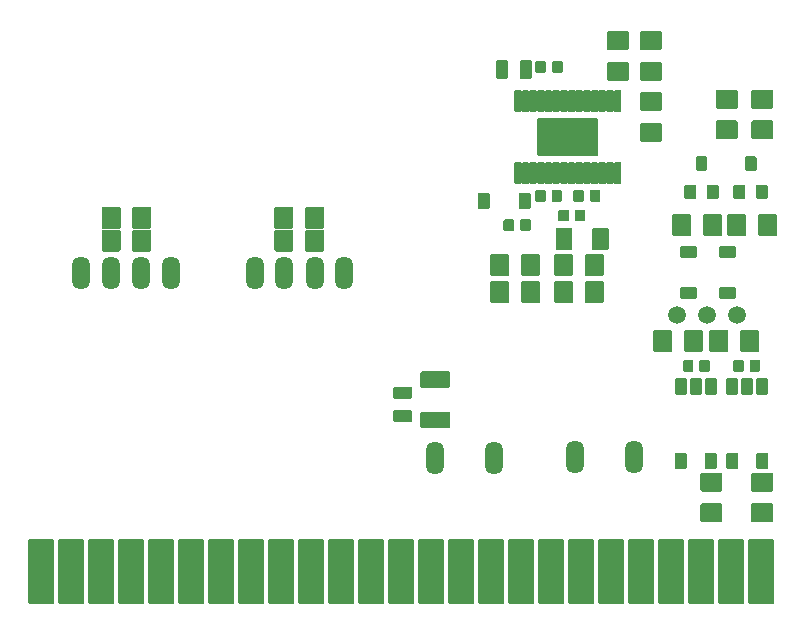
<source format=gbr>
%TF.GenerationSoftware,KiCad,Pcbnew,(5.1.10)-1*%
%TF.CreationDate,2022-09-23T11:43:28+09:00*%
%TF.ProjectId,(KiCad)DriveUnit_B-series(ver2.0),284b6943-6164-4294-9472-697665556e69,rev?*%
%TF.SameCoordinates,Original*%
%TF.FileFunction,Soldermask,Bot*%
%TF.FilePolarity,Negative*%
%FSLAX46Y46*%
G04 Gerber Fmt 4.6, Leading zero omitted, Abs format (unit mm)*
G04 Created by KiCad (PCBNEW (5.1.10)-1) date 2022-09-23 11:43:28*
%MOMM*%
%LPD*%
G01*
G04 APERTURE LIST*
%ADD10O,1.511200X2.819200*%
%ADD11C,1.511200*%
G04 APERTURE END LIST*
D10*
%TO.C,HA*%
X129001100Y-100863600D03*
X123921100Y-100863600D03*
%TD*%
%TO.C,HB*%
X143701100Y-100853600D03*
X138621100Y-100853600D03*
%TD*%
%TO.C,LA*%
X121421100Y-100863600D03*
X126501100Y-100863600D03*
%TD*%
%TO.C,LB*%
X136121100Y-100863600D03*
X141201100Y-100863600D03*
%TD*%
%TO.C,C1*%
G36*
G01*
X173749500Y-109133600D02*
X173749500Y-108333600D01*
G75*
G02*
X173851100Y-108232000I101600J0D01*
G01*
X174551100Y-108232000D01*
G75*
G02*
X174652700Y-108333600I0J-101600D01*
G01*
X174652700Y-109133600D01*
G75*
G02*
X174551100Y-109235200I-101600J0D01*
G01*
X173851100Y-109235200D01*
G75*
G02*
X173749500Y-109133600I0J101600D01*
G01*
G37*
G36*
G01*
X172349500Y-109133600D02*
X172349500Y-108333600D01*
G75*
G02*
X172451100Y-108232000I101600J0D01*
G01*
X173151100Y-108232000D01*
G75*
G02*
X173252700Y-108333600I0J-101600D01*
G01*
X173252700Y-109133600D01*
G75*
G02*
X173151100Y-109235200I-101600J0D01*
G01*
X172451100Y-109235200D01*
G75*
G02*
X172349500Y-109133600I0J101600D01*
G01*
G37*
%TD*%
%TO.C,C10*%
X168221100Y-116463600D03*
X163221100Y-116463600D03*
%TD*%
%TO.C,C11*%
X156371100Y-116493600D03*
X151371100Y-116493600D03*
%TD*%
%TO.C,C12*%
G36*
G01*
X152541100Y-110605200D02*
X150241100Y-110605200D01*
G75*
G02*
X150139500Y-110503600I0J101600D01*
G01*
X150139500Y-109303600D01*
G75*
G02*
X150241100Y-109202000I101600J0D01*
G01*
X152541100Y-109202000D01*
G75*
G02*
X152642700Y-109303600I0J-101600D01*
G01*
X152642700Y-110503600D01*
G75*
G02*
X152541100Y-110605200I-101600J0D01*
G01*
G37*
G36*
G01*
X152541100Y-114005200D02*
X150241100Y-114005200D01*
G75*
G02*
X150139500Y-113903600I0J101600D01*
G01*
X150139500Y-112703600D01*
G75*
G02*
X150241100Y-112602000I101600J0D01*
G01*
X152541100Y-112602000D01*
G75*
G02*
X152642700Y-112703600I0J-101600D01*
G01*
X152642700Y-113903600D01*
G75*
G02*
X152541100Y-114005200I-101600J0D01*
G01*
G37*
%TD*%
%TO.C,C13*%
G36*
G01*
X149331100Y-111505200D02*
X147931100Y-111505200D01*
G75*
G02*
X147829500Y-111403600I0J101600D01*
G01*
X147829500Y-110603600D01*
G75*
G02*
X147931100Y-110502000I101600J0D01*
G01*
X149331100Y-110502000D01*
G75*
G02*
X149432700Y-110603600I0J-101600D01*
G01*
X149432700Y-111403600D01*
G75*
G02*
X149331100Y-111505200I-101600J0D01*
G01*
G37*
G36*
G01*
X149331100Y-113505200D02*
X147931100Y-113505200D01*
G75*
G02*
X147829500Y-113403600I0J101600D01*
G01*
X147829500Y-112603600D01*
G75*
G02*
X147931100Y-112502000I101600J0D01*
G01*
X149331100Y-112502000D01*
G75*
G02*
X149432700Y-112603600I0J-101600D01*
G01*
X149432700Y-113403600D01*
G75*
G02*
X149331100Y-113505200I-101600J0D01*
G01*
G37*
%TD*%
%TO.C,C2*%
G36*
G01*
X178009500Y-109133600D02*
X178009500Y-108333600D01*
G75*
G02*
X178111100Y-108232000I101600J0D01*
G01*
X178811100Y-108232000D01*
G75*
G02*
X178912700Y-108333600I0J-101600D01*
G01*
X178912700Y-109133600D01*
G75*
G02*
X178811100Y-109235200I-101600J0D01*
G01*
X178111100Y-109235200D01*
G75*
G02*
X178009500Y-109133600I0J101600D01*
G01*
G37*
G36*
G01*
X176609500Y-109133600D02*
X176609500Y-108333600D01*
G75*
G02*
X176711100Y-108232000I101600J0D01*
G01*
X177411100Y-108232000D01*
G75*
G02*
X177512700Y-108333600I0J-101600D01*
G01*
X177512700Y-109133600D01*
G75*
G02*
X177411100Y-109235200I-101600J0D01*
G01*
X176711100Y-109235200D01*
G75*
G02*
X176609500Y-109133600I0J101600D01*
G01*
G37*
%TD*%
%TO.C,C3*%
G36*
G01*
X161269500Y-83833600D02*
X161269500Y-83033600D01*
G75*
G02*
X161371100Y-82932000I101600J0D01*
G01*
X162071100Y-82932000D01*
G75*
G02*
X162172700Y-83033600I0J-101600D01*
G01*
X162172700Y-83833600D01*
G75*
G02*
X162071100Y-83935200I-101600J0D01*
G01*
X161371100Y-83935200D01*
G75*
G02*
X161269500Y-83833600I0J101600D01*
G01*
G37*
G36*
G01*
X159869500Y-83833600D02*
X159869500Y-83033600D01*
G75*
G02*
X159971100Y-82932000I101600J0D01*
G01*
X160671100Y-82932000D01*
G75*
G02*
X160772700Y-83033600I0J-101600D01*
G01*
X160772700Y-83833600D01*
G75*
G02*
X160671100Y-83935200I-101600J0D01*
G01*
X159971100Y-83935200D01*
G75*
G02*
X159869500Y-83833600I0J101600D01*
G01*
G37*
%TD*%
%TO.C,C4*%
G36*
G01*
X162702700Y-95600000D02*
X162702700Y-96400000D01*
G75*
G02*
X162601100Y-96501600I-101600J0D01*
G01*
X161901100Y-96501600D01*
G75*
G02*
X161799500Y-96400000I0J101600D01*
G01*
X161799500Y-95600000D01*
G75*
G02*
X161901100Y-95498400I101600J0D01*
G01*
X162601100Y-95498400D01*
G75*
G02*
X162702700Y-95600000I0J-101600D01*
G01*
G37*
G36*
G01*
X164102700Y-95600000D02*
X164102700Y-96400000D01*
G75*
G02*
X164001100Y-96501600I-101600J0D01*
G01*
X163301100Y-96501600D01*
G75*
G02*
X163199500Y-96400000I0J101600D01*
G01*
X163199500Y-95600000D01*
G75*
G02*
X163301100Y-95498400I101600J0D01*
G01*
X164001100Y-95498400D01*
G75*
G02*
X164102700Y-95600000I0J-101600D01*
G01*
G37*
%TD*%
%TO.C,C5*%
G36*
G01*
X158569500Y-97223600D02*
X158569500Y-96423600D01*
G75*
G02*
X158671100Y-96322000I101600J0D01*
G01*
X159371100Y-96322000D01*
G75*
G02*
X159472700Y-96423600I0J-101600D01*
G01*
X159472700Y-97223600D01*
G75*
G02*
X159371100Y-97325200I-101600J0D01*
G01*
X158671100Y-97325200D01*
G75*
G02*
X158569500Y-97223600I0J101600D01*
G01*
G37*
G36*
G01*
X157169500Y-97223600D02*
X157169500Y-96423600D01*
G75*
G02*
X157271100Y-96322000I101600J0D01*
G01*
X157971100Y-96322000D01*
G75*
G02*
X158072700Y-96423600I0J-101600D01*
G01*
X158072700Y-97223600D01*
G75*
G02*
X157971100Y-97325200I-101600J0D01*
G01*
X157271100Y-97325200D01*
G75*
G02*
X157169500Y-97223600I0J101600D01*
G01*
G37*
%TD*%
%TO.C,C6*%
G36*
G01*
X158539500Y-84343600D02*
X158539500Y-82943600D01*
G75*
G02*
X158641100Y-82842000I101600J0D01*
G01*
X159441100Y-82842000D01*
G75*
G02*
X159542700Y-82943600I0J-101600D01*
G01*
X159542700Y-84343600D01*
G75*
G02*
X159441100Y-84445200I-101600J0D01*
G01*
X158641100Y-84445200D01*
G75*
G02*
X158539500Y-84343600I0J101600D01*
G01*
G37*
G36*
G01*
X156539500Y-84343600D02*
X156539500Y-82943600D01*
G75*
G02*
X156641100Y-82842000I101600J0D01*
G01*
X157441100Y-82842000D01*
G75*
G02*
X157542700Y-82943600I0J-101600D01*
G01*
X157542700Y-84343600D01*
G75*
G02*
X157441100Y-84445200I-101600J0D01*
G01*
X156641100Y-84445200D01*
G75*
G02*
X156539500Y-84343600I0J101600D01*
G01*
G37*
%TD*%
%TO.C,C7*%
G36*
G01*
X164469500Y-94743600D02*
X164469500Y-93943600D01*
G75*
G02*
X164571100Y-93842000I101600J0D01*
G01*
X165271100Y-93842000D01*
G75*
G02*
X165372700Y-93943600I0J-101600D01*
G01*
X165372700Y-94743600D01*
G75*
G02*
X165271100Y-94845200I-101600J0D01*
G01*
X164571100Y-94845200D01*
G75*
G02*
X164469500Y-94743600I0J101600D01*
G01*
G37*
G36*
G01*
X163069500Y-94743600D02*
X163069500Y-93943600D01*
G75*
G02*
X163171100Y-93842000I101600J0D01*
G01*
X163871100Y-93842000D01*
G75*
G02*
X163972700Y-93943600I0J-101600D01*
G01*
X163972700Y-94743600D01*
G75*
G02*
X163871100Y-94845200I-101600J0D01*
G01*
X163171100Y-94845200D01*
G75*
G02*
X163069500Y-94743600I0J101600D01*
G01*
G37*
%TD*%
%TO.C,C8*%
G36*
G01*
X160742700Y-93943600D02*
X160742700Y-94743600D01*
G75*
G02*
X160641100Y-94845200I-101600J0D01*
G01*
X159941100Y-94845200D01*
G75*
G02*
X159839500Y-94743600I0J101600D01*
G01*
X159839500Y-93943600D01*
G75*
G02*
X159941100Y-93842000I101600J0D01*
G01*
X160641100Y-93842000D01*
G75*
G02*
X160742700Y-93943600I0J-101600D01*
G01*
G37*
G36*
G01*
X162142700Y-93943600D02*
X162142700Y-94743600D01*
G75*
G02*
X162041100Y-94845200I-101600J0D01*
G01*
X161341100Y-94845200D01*
G75*
G02*
X161239500Y-94743600I0J101600D01*
G01*
X161239500Y-93943600D01*
G75*
G02*
X161341100Y-93842000I101600J0D01*
G01*
X162041100Y-93842000D01*
G75*
G02*
X162142700Y-93943600I0J-101600D01*
G01*
G37*
%TD*%
%TO.C,C9*%
G36*
G01*
X164679500Y-98850000D02*
X164679500Y-97150000D01*
G75*
G02*
X164781100Y-97048400I101600J0D01*
G01*
X165981100Y-97048400D01*
G75*
G02*
X166082700Y-97150000I0J-101600D01*
G01*
X166082700Y-98850000D01*
G75*
G02*
X165981100Y-98951600I-101600J0D01*
G01*
X164781100Y-98951600D01*
G75*
G02*
X164679500Y-98850000I0J101600D01*
G01*
G37*
G36*
G01*
X161579500Y-98850000D02*
X161579500Y-97150000D01*
G75*
G02*
X161681100Y-97048400I101600J0D01*
G01*
X162881100Y-97048400D01*
G75*
G02*
X162982700Y-97150000I0J-101600D01*
G01*
X162982700Y-98850000D01*
G75*
G02*
X162881100Y-98951600I-101600J0D01*
G01*
X161681100Y-98951600D01*
G75*
G02*
X161579500Y-98850000I0J101600D01*
G01*
G37*
%TD*%
%TO.C,D1*%
G36*
G01*
X155992700Y-94163600D02*
X155992700Y-95383600D01*
G75*
G02*
X155891100Y-95485200I-101600J0D01*
G01*
X155111100Y-95485200D01*
G75*
G02*
X155009500Y-95383600I0J101600D01*
G01*
X155009500Y-94163600D01*
G75*
G02*
X155111100Y-94062000I101600J0D01*
G01*
X155891100Y-94062000D01*
G75*
G02*
X155992700Y-94163600I0J-101600D01*
G01*
G37*
G36*
G01*
X159472700Y-94163600D02*
X159472700Y-95383600D01*
G75*
G02*
X159371100Y-95485200I-101600J0D01*
G01*
X158591100Y-95485200D01*
G75*
G02*
X158489500Y-95383600I0J101600D01*
G01*
X158489500Y-94163600D01*
G75*
G02*
X158591100Y-94062000I101600J0D01*
G01*
X159371100Y-94062000D01*
G75*
G02*
X159472700Y-94163600I0J-101600D01*
G01*
G37*
%TD*%
%TO.C,EDGE1*%
G36*
G01*
X116919500Y-128803600D02*
X116919500Y-123503600D01*
G75*
G02*
X117021100Y-123402000I101600J0D01*
G01*
X119021100Y-123402000D01*
G75*
G02*
X119122700Y-123503600I0J-101600D01*
G01*
X119122700Y-128803600D01*
G75*
G02*
X119021100Y-128905200I-101600J0D01*
G01*
X117021100Y-128905200D01*
G75*
G02*
X116919500Y-128803600I0J101600D01*
G01*
G37*
G36*
G01*
X119459500Y-128803600D02*
X119459500Y-123503600D01*
G75*
G02*
X119561100Y-123402000I101600J0D01*
G01*
X121561100Y-123402000D01*
G75*
G02*
X121662700Y-123503600I0J-101600D01*
G01*
X121662700Y-128803600D01*
G75*
G02*
X121561100Y-128905200I-101600J0D01*
G01*
X119561100Y-128905200D01*
G75*
G02*
X119459500Y-128803600I0J101600D01*
G01*
G37*
G36*
G01*
X121999500Y-128803600D02*
X121999500Y-123503600D01*
G75*
G02*
X122101100Y-123402000I101600J0D01*
G01*
X124101100Y-123402000D01*
G75*
G02*
X124202700Y-123503600I0J-101600D01*
G01*
X124202700Y-128803600D01*
G75*
G02*
X124101100Y-128905200I-101600J0D01*
G01*
X122101100Y-128905200D01*
G75*
G02*
X121999500Y-128803600I0J101600D01*
G01*
G37*
G36*
G01*
X124539500Y-128803600D02*
X124539500Y-123503600D01*
G75*
G02*
X124641100Y-123402000I101600J0D01*
G01*
X126641100Y-123402000D01*
G75*
G02*
X126742700Y-123503600I0J-101600D01*
G01*
X126742700Y-128803600D01*
G75*
G02*
X126641100Y-128905200I-101600J0D01*
G01*
X124641100Y-128905200D01*
G75*
G02*
X124539500Y-128803600I0J101600D01*
G01*
G37*
G36*
G01*
X127079500Y-128803600D02*
X127079500Y-123503600D01*
G75*
G02*
X127181100Y-123402000I101600J0D01*
G01*
X129181100Y-123402000D01*
G75*
G02*
X129282700Y-123503600I0J-101600D01*
G01*
X129282700Y-128803600D01*
G75*
G02*
X129181100Y-128905200I-101600J0D01*
G01*
X127181100Y-128905200D01*
G75*
G02*
X127079500Y-128803600I0J101600D01*
G01*
G37*
G36*
G01*
X129619500Y-128803600D02*
X129619500Y-123503600D01*
G75*
G02*
X129721100Y-123402000I101600J0D01*
G01*
X131721100Y-123402000D01*
G75*
G02*
X131822700Y-123503600I0J-101600D01*
G01*
X131822700Y-128803600D01*
G75*
G02*
X131721100Y-128905200I-101600J0D01*
G01*
X129721100Y-128905200D01*
G75*
G02*
X129619500Y-128803600I0J101600D01*
G01*
G37*
G36*
G01*
X132159500Y-128803600D02*
X132159500Y-123503600D01*
G75*
G02*
X132261100Y-123402000I101600J0D01*
G01*
X134261100Y-123402000D01*
G75*
G02*
X134362700Y-123503600I0J-101600D01*
G01*
X134362700Y-128803600D01*
G75*
G02*
X134261100Y-128905200I-101600J0D01*
G01*
X132261100Y-128905200D01*
G75*
G02*
X132159500Y-128803600I0J101600D01*
G01*
G37*
G36*
G01*
X134699500Y-128803600D02*
X134699500Y-123503600D01*
G75*
G02*
X134801100Y-123402000I101600J0D01*
G01*
X136801100Y-123402000D01*
G75*
G02*
X136902700Y-123503600I0J-101600D01*
G01*
X136902700Y-128803600D01*
G75*
G02*
X136801100Y-128905200I-101600J0D01*
G01*
X134801100Y-128905200D01*
G75*
G02*
X134699500Y-128803600I0J101600D01*
G01*
G37*
G36*
G01*
X137239500Y-128803600D02*
X137239500Y-123503600D01*
G75*
G02*
X137341100Y-123402000I101600J0D01*
G01*
X139341100Y-123402000D01*
G75*
G02*
X139442700Y-123503600I0J-101600D01*
G01*
X139442700Y-128803600D01*
G75*
G02*
X139341100Y-128905200I-101600J0D01*
G01*
X137341100Y-128905200D01*
G75*
G02*
X137239500Y-128803600I0J101600D01*
G01*
G37*
G36*
G01*
X139779500Y-128803600D02*
X139779500Y-123503600D01*
G75*
G02*
X139881100Y-123402000I101600J0D01*
G01*
X141881100Y-123402000D01*
G75*
G02*
X141982700Y-123503600I0J-101600D01*
G01*
X141982700Y-128803600D01*
G75*
G02*
X141881100Y-128905200I-101600J0D01*
G01*
X139881100Y-128905200D01*
G75*
G02*
X139779500Y-128803600I0J101600D01*
G01*
G37*
G36*
G01*
X142319500Y-128803600D02*
X142319500Y-123503600D01*
G75*
G02*
X142421100Y-123402000I101600J0D01*
G01*
X144421100Y-123402000D01*
G75*
G02*
X144522700Y-123503600I0J-101600D01*
G01*
X144522700Y-128803600D01*
G75*
G02*
X144421100Y-128905200I-101600J0D01*
G01*
X142421100Y-128905200D01*
G75*
G02*
X142319500Y-128803600I0J101600D01*
G01*
G37*
G36*
G01*
X144859500Y-128803600D02*
X144859500Y-123503600D01*
G75*
G02*
X144961100Y-123402000I101600J0D01*
G01*
X146961100Y-123402000D01*
G75*
G02*
X147062700Y-123503600I0J-101600D01*
G01*
X147062700Y-128803600D01*
G75*
G02*
X146961100Y-128905200I-101600J0D01*
G01*
X144961100Y-128905200D01*
G75*
G02*
X144859500Y-128803600I0J101600D01*
G01*
G37*
G36*
G01*
X147399500Y-128803600D02*
X147399500Y-123503600D01*
G75*
G02*
X147501100Y-123402000I101600J0D01*
G01*
X149501100Y-123402000D01*
G75*
G02*
X149602700Y-123503600I0J-101600D01*
G01*
X149602700Y-128803600D01*
G75*
G02*
X149501100Y-128905200I-101600J0D01*
G01*
X147501100Y-128905200D01*
G75*
G02*
X147399500Y-128803600I0J101600D01*
G01*
G37*
G36*
G01*
X149939500Y-128803600D02*
X149939500Y-123503600D01*
G75*
G02*
X150041100Y-123402000I101600J0D01*
G01*
X152041100Y-123402000D01*
G75*
G02*
X152142700Y-123503600I0J-101600D01*
G01*
X152142700Y-128803600D01*
G75*
G02*
X152041100Y-128905200I-101600J0D01*
G01*
X150041100Y-128905200D01*
G75*
G02*
X149939500Y-128803600I0J101600D01*
G01*
G37*
G36*
G01*
X152479500Y-128803600D02*
X152479500Y-123503600D01*
G75*
G02*
X152581100Y-123402000I101600J0D01*
G01*
X154581100Y-123402000D01*
G75*
G02*
X154682700Y-123503600I0J-101600D01*
G01*
X154682700Y-128803600D01*
G75*
G02*
X154581100Y-128905200I-101600J0D01*
G01*
X152581100Y-128905200D01*
G75*
G02*
X152479500Y-128803600I0J101600D01*
G01*
G37*
G36*
G01*
X155019500Y-128803600D02*
X155019500Y-123503600D01*
G75*
G02*
X155121100Y-123402000I101600J0D01*
G01*
X157121100Y-123402000D01*
G75*
G02*
X157222700Y-123503600I0J-101600D01*
G01*
X157222700Y-128803600D01*
G75*
G02*
X157121100Y-128905200I-101600J0D01*
G01*
X155121100Y-128905200D01*
G75*
G02*
X155019500Y-128803600I0J101600D01*
G01*
G37*
G36*
G01*
X157559500Y-128803600D02*
X157559500Y-123503600D01*
G75*
G02*
X157661100Y-123402000I101600J0D01*
G01*
X159661100Y-123402000D01*
G75*
G02*
X159762700Y-123503600I0J-101600D01*
G01*
X159762700Y-128803600D01*
G75*
G02*
X159661100Y-128905200I-101600J0D01*
G01*
X157661100Y-128905200D01*
G75*
G02*
X157559500Y-128803600I0J101600D01*
G01*
G37*
G36*
G01*
X160099500Y-128803600D02*
X160099500Y-123503600D01*
G75*
G02*
X160201100Y-123402000I101600J0D01*
G01*
X162201100Y-123402000D01*
G75*
G02*
X162302700Y-123503600I0J-101600D01*
G01*
X162302700Y-128803600D01*
G75*
G02*
X162201100Y-128905200I-101600J0D01*
G01*
X160201100Y-128905200D01*
G75*
G02*
X160099500Y-128803600I0J101600D01*
G01*
G37*
G36*
G01*
X162639500Y-128803600D02*
X162639500Y-123503600D01*
G75*
G02*
X162741100Y-123402000I101600J0D01*
G01*
X164741100Y-123402000D01*
G75*
G02*
X164842700Y-123503600I0J-101600D01*
G01*
X164842700Y-128803600D01*
G75*
G02*
X164741100Y-128905200I-101600J0D01*
G01*
X162741100Y-128905200D01*
G75*
G02*
X162639500Y-128803600I0J101600D01*
G01*
G37*
G36*
G01*
X165179500Y-128803600D02*
X165179500Y-123503600D01*
G75*
G02*
X165281100Y-123402000I101600J0D01*
G01*
X167281100Y-123402000D01*
G75*
G02*
X167382700Y-123503600I0J-101600D01*
G01*
X167382700Y-128803600D01*
G75*
G02*
X167281100Y-128905200I-101600J0D01*
G01*
X165281100Y-128905200D01*
G75*
G02*
X165179500Y-128803600I0J101600D01*
G01*
G37*
G36*
G01*
X167719500Y-128803600D02*
X167719500Y-123503600D01*
G75*
G02*
X167821100Y-123402000I101600J0D01*
G01*
X169821100Y-123402000D01*
G75*
G02*
X169922700Y-123503600I0J-101600D01*
G01*
X169922700Y-128803600D01*
G75*
G02*
X169821100Y-128905200I-101600J0D01*
G01*
X167821100Y-128905200D01*
G75*
G02*
X167719500Y-128803600I0J101600D01*
G01*
G37*
G36*
G01*
X170259500Y-128803600D02*
X170259500Y-123503600D01*
G75*
G02*
X170361100Y-123402000I101600J0D01*
G01*
X172361100Y-123402000D01*
G75*
G02*
X172462700Y-123503600I0J-101600D01*
G01*
X172462700Y-128803600D01*
G75*
G02*
X172361100Y-128905200I-101600J0D01*
G01*
X170361100Y-128905200D01*
G75*
G02*
X170259500Y-128803600I0J101600D01*
G01*
G37*
G36*
G01*
X172799500Y-128803600D02*
X172799500Y-123503600D01*
G75*
G02*
X172901100Y-123402000I101600J0D01*
G01*
X174901100Y-123402000D01*
G75*
G02*
X175002700Y-123503600I0J-101600D01*
G01*
X175002700Y-128803600D01*
G75*
G02*
X174901100Y-128905200I-101600J0D01*
G01*
X172901100Y-128905200D01*
G75*
G02*
X172799500Y-128803600I0J101600D01*
G01*
G37*
G36*
G01*
X175339500Y-128803600D02*
X175339500Y-123503600D01*
G75*
G02*
X175441100Y-123402000I101600J0D01*
G01*
X177441100Y-123402000D01*
G75*
G02*
X177542700Y-123503600I0J-101600D01*
G01*
X177542700Y-128803600D01*
G75*
G02*
X177441100Y-128905200I-101600J0D01*
G01*
X175441100Y-128905200D01*
G75*
G02*
X175339500Y-128803600I0J101600D01*
G01*
G37*
G36*
G01*
X177879500Y-128803600D02*
X177879500Y-123503600D01*
G75*
G02*
X177981100Y-123402000I101600J0D01*
G01*
X179981100Y-123402000D01*
G75*
G02*
X180082700Y-123503600I0J-101600D01*
G01*
X180082700Y-128803600D01*
G75*
G02*
X179981100Y-128905200I-101600J0D01*
G01*
X177981100Y-128905200D01*
G75*
G02*
X177879500Y-128803600I0J101600D01*
G01*
G37*
%TD*%
%TO.C,A3921*%
G36*
G01*
X165207700Y-87863600D02*
X165207700Y-90863600D01*
G75*
G02*
X165106100Y-90965200I-101600J0D01*
G01*
X160106100Y-90965200D01*
G75*
G02*
X160004500Y-90863600I0J101600D01*
G01*
X160004500Y-87863600D01*
G75*
G02*
X160106100Y-87762000I101600J0D01*
G01*
X165106100Y-87762000D01*
G75*
G02*
X165207700Y-87863600I0J-101600D01*
G01*
G37*
G36*
G01*
X167157700Y-85488600D02*
X167157700Y-87138600D01*
G75*
G02*
X167056100Y-87240200I-101600J0D01*
G01*
X166606100Y-87240200D01*
G75*
G02*
X166504500Y-87138600I0J101600D01*
G01*
X166504500Y-85488600D01*
G75*
G02*
X166606100Y-85387000I101600J0D01*
G01*
X167056100Y-85387000D01*
G75*
G02*
X167157700Y-85488600I0J-101600D01*
G01*
G37*
G36*
G01*
X166507700Y-85488600D02*
X166507700Y-87138600D01*
G75*
G02*
X166406100Y-87240200I-101600J0D01*
G01*
X165956100Y-87240200D01*
G75*
G02*
X165854500Y-87138600I0J101600D01*
G01*
X165854500Y-85488600D01*
G75*
G02*
X165956100Y-85387000I101600J0D01*
G01*
X166406100Y-85387000D01*
G75*
G02*
X166507700Y-85488600I0J-101600D01*
G01*
G37*
G36*
G01*
X165857700Y-85488600D02*
X165857700Y-87138600D01*
G75*
G02*
X165756100Y-87240200I-101600J0D01*
G01*
X165306100Y-87240200D01*
G75*
G02*
X165204500Y-87138600I0J101600D01*
G01*
X165204500Y-85488600D01*
G75*
G02*
X165306100Y-85387000I101600J0D01*
G01*
X165756100Y-85387000D01*
G75*
G02*
X165857700Y-85488600I0J-101600D01*
G01*
G37*
G36*
G01*
X165207700Y-85488600D02*
X165207700Y-87138600D01*
G75*
G02*
X165106100Y-87240200I-101600J0D01*
G01*
X164656100Y-87240200D01*
G75*
G02*
X164554500Y-87138600I0J101600D01*
G01*
X164554500Y-85488600D01*
G75*
G02*
X164656100Y-85387000I101600J0D01*
G01*
X165106100Y-85387000D01*
G75*
G02*
X165207700Y-85488600I0J-101600D01*
G01*
G37*
G36*
G01*
X164557700Y-85488600D02*
X164557700Y-87138600D01*
G75*
G02*
X164456100Y-87240200I-101600J0D01*
G01*
X164006100Y-87240200D01*
G75*
G02*
X163904500Y-87138600I0J101600D01*
G01*
X163904500Y-85488600D01*
G75*
G02*
X164006100Y-85387000I101600J0D01*
G01*
X164456100Y-85387000D01*
G75*
G02*
X164557700Y-85488600I0J-101600D01*
G01*
G37*
G36*
G01*
X163907700Y-85488600D02*
X163907700Y-87138600D01*
G75*
G02*
X163806100Y-87240200I-101600J0D01*
G01*
X163356100Y-87240200D01*
G75*
G02*
X163254500Y-87138600I0J101600D01*
G01*
X163254500Y-85488600D01*
G75*
G02*
X163356100Y-85387000I101600J0D01*
G01*
X163806100Y-85387000D01*
G75*
G02*
X163907700Y-85488600I0J-101600D01*
G01*
G37*
G36*
G01*
X163257700Y-85488600D02*
X163257700Y-87138600D01*
G75*
G02*
X163156100Y-87240200I-101600J0D01*
G01*
X162706100Y-87240200D01*
G75*
G02*
X162604500Y-87138600I0J101600D01*
G01*
X162604500Y-85488600D01*
G75*
G02*
X162706100Y-85387000I101600J0D01*
G01*
X163156100Y-85387000D01*
G75*
G02*
X163257700Y-85488600I0J-101600D01*
G01*
G37*
G36*
G01*
X162607700Y-85488600D02*
X162607700Y-87138600D01*
G75*
G02*
X162506100Y-87240200I-101600J0D01*
G01*
X162056100Y-87240200D01*
G75*
G02*
X161954500Y-87138600I0J101600D01*
G01*
X161954500Y-85488600D01*
G75*
G02*
X162056100Y-85387000I101600J0D01*
G01*
X162506100Y-85387000D01*
G75*
G02*
X162607700Y-85488600I0J-101600D01*
G01*
G37*
G36*
G01*
X161957700Y-85488600D02*
X161957700Y-87138600D01*
G75*
G02*
X161856100Y-87240200I-101600J0D01*
G01*
X161406100Y-87240200D01*
G75*
G02*
X161304500Y-87138600I0J101600D01*
G01*
X161304500Y-85488600D01*
G75*
G02*
X161406100Y-85387000I101600J0D01*
G01*
X161856100Y-85387000D01*
G75*
G02*
X161957700Y-85488600I0J-101600D01*
G01*
G37*
G36*
G01*
X161307700Y-85488600D02*
X161307700Y-87138600D01*
G75*
G02*
X161206100Y-87240200I-101600J0D01*
G01*
X160756100Y-87240200D01*
G75*
G02*
X160654500Y-87138600I0J101600D01*
G01*
X160654500Y-85488600D01*
G75*
G02*
X160756100Y-85387000I101600J0D01*
G01*
X161206100Y-85387000D01*
G75*
G02*
X161307700Y-85488600I0J-101600D01*
G01*
G37*
G36*
G01*
X160657700Y-85488600D02*
X160657700Y-87138600D01*
G75*
G02*
X160556100Y-87240200I-101600J0D01*
G01*
X160106100Y-87240200D01*
G75*
G02*
X160004500Y-87138600I0J101600D01*
G01*
X160004500Y-85488600D01*
G75*
G02*
X160106100Y-85387000I101600J0D01*
G01*
X160556100Y-85387000D01*
G75*
G02*
X160657700Y-85488600I0J-101600D01*
G01*
G37*
G36*
G01*
X160007700Y-85488600D02*
X160007700Y-87138600D01*
G75*
G02*
X159906100Y-87240200I-101600J0D01*
G01*
X159456100Y-87240200D01*
G75*
G02*
X159354500Y-87138600I0J101600D01*
G01*
X159354500Y-85488600D01*
G75*
G02*
X159456100Y-85387000I101600J0D01*
G01*
X159906100Y-85387000D01*
G75*
G02*
X160007700Y-85488600I0J-101600D01*
G01*
G37*
G36*
G01*
X159357700Y-85488600D02*
X159357700Y-87138600D01*
G75*
G02*
X159256100Y-87240200I-101600J0D01*
G01*
X158806100Y-87240200D01*
G75*
G02*
X158704500Y-87138600I0J101600D01*
G01*
X158704500Y-85488600D01*
G75*
G02*
X158806100Y-85387000I101600J0D01*
G01*
X159256100Y-85387000D01*
G75*
G02*
X159357700Y-85488600I0J-101600D01*
G01*
G37*
G36*
G01*
X158707700Y-85488600D02*
X158707700Y-87138600D01*
G75*
G02*
X158606100Y-87240200I-101600J0D01*
G01*
X158156100Y-87240200D01*
G75*
G02*
X158054500Y-87138600I0J101600D01*
G01*
X158054500Y-85488600D01*
G75*
G02*
X158156100Y-85387000I101600J0D01*
G01*
X158606100Y-85387000D01*
G75*
G02*
X158707700Y-85488600I0J-101600D01*
G01*
G37*
G36*
G01*
X158707700Y-91588600D02*
X158707700Y-93238600D01*
G75*
G02*
X158606100Y-93340200I-101600J0D01*
G01*
X158156100Y-93340200D01*
G75*
G02*
X158054500Y-93238600I0J101600D01*
G01*
X158054500Y-91588600D01*
G75*
G02*
X158156100Y-91487000I101600J0D01*
G01*
X158606100Y-91487000D01*
G75*
G02*
X158707700Y-91588600I0J-101600D01*
G01*
G37*
G36*
G01*
X159357700Y-91588600D02*
X159357700Y-93238600D01*
G75*
G02*
X159256100Y-93340200I-101600J0D01*
G01*
X158806100Y-93340200D01*
G75*
G02*
X158704500Y-93238600I0J101600D01*
G01*
X158704500Y-91588600D01*
G75*
G02*
X158806100Y-91487000I101600J0D01*
G01*
X159256100Y-91487000D01*
G75*
G02*
X159357700Y-91588600I0J-101600D01*
G01*
G37*
G36*
G01*
X160007700Y-91588600D02*
X160007700Y-93238600D01*
G75*
G02*
X159906100Y-93340200I-101600J0D01*
G01*
X159456100Y-93340200D01*
G75*
G02*
X159354500Y-93238600I0J101600D01*
G01*
X159354500Y-91588600D01*
G75*
G02*
X159456100Y-91487000I101600J0D01*
G01*
X159906100Y-91487000D01*
G75*
G02*
X160007700Y-91588600I0J-101600D01*
G01*
G37*
G36*
G01*
X160657700Y-91588600D02*
X160657700Y-93238600D01*
G75*
G02*
X160556100Y-93340200I-101600J0D01*
G01*
X160106100Y-93340200D01*
G75*
G02*
X160004500Y-93238600I0J101600D01*
G01*
X160004500Y-91588600D01*
G75*
G02*
X160106100Y-91487000I101600J0D01*
G01*
X160556100Y-91487000D01*
G75*
G02*
X160657700Y-91588600I0J-101600D01*
G01*
G37*
G36*
G01*
X161307700Y-91588600D02*
X161307700Y-93238600D01*
G75*
G02*
X161206100Y-93340200I-101600J0D01*
G01*
X160756100Y-93340200D01*
G75*
G02*
X160654500Y-93238600I0J101600D01*
G01*
X160654500Y-91588600D01*
G75*
G02*
X160756100Y-91487000I101600J0D01*
G01*
X161206100Y-91487000D01*
G75*
G02*
X161307700Y-91588600I0J-101600D01*
G01*
G37*
G36*
G01*
X161957700Y-91588600D02*
X161957700Y-93238600D01*
G75*
G02*
X161856100Y-93340200I-101600J0D01*
G01*
X161406100Y-93340200D01*
G75*
G02*
X161304500Y-93238600I0J101600D01*
G01*
X161304500Y-91588600D01*
G75*
G02*
X161406100Y-91487000I101600J0D01*
G01*
X161856100Y-91487000D01*
G75*
G02*
X161957700Y-91588600I0J-101600D01*
G01*
G37*
G36*
G01*
X162607700Y-91588600D02*
X162607700Y-93238600D01*
G75*
G02*
X162506100Y-93340200I-101600J0D01*
G01*
X162056100Y-93340200D01*
G75*
G02*
X161954500Y-93238600I0J101600D01*
G01*
X161954500Y-91588600D01*
G75*
G02*
X162056100Y-91487000I101600J0D01*
G01*
X162506100Y-91487000D01*
G75*
G02*
X162607700Y-91588600I0J-101600D01*
G01*
G37*
G36*
G01*
X163257700Y-91588600D02*
X163257700Y-93238600D01*
G75*
G02*
X163156100Y-93340200I-101600J0D01*
G01*
X162706100Y-93340200D01*
G75*
G02*
X162604500Y-93238600I0J101600D01*
G01*
X162604500Y-91588600D01*
G75*
G02*
X162706100Y-91487000I101600J0D01*
G01*
X163156100Y-91487000D01*
G75*
G02*
X163257700Y-91588600I0J-101600D01*
G01*
G37*
G36*
G01*
X163907700Y-91588600D02*
X163907700Y-93238600D01*
G75*
G02*
X163806100Y-93340200I-101600J0D01*
G01*
X163356100Y-93340200D01*
G75*
G02*
X163254500Y-93238600I0J101600D01*
G01*
X163254500Y-91588600D01*
G75*
G02*
X163356100Y-91487000I101600J0D01*
G01*
X163806100Y-91487000D01*
G75*
G02*
X163907700Y-91588600I0J-101600D01*
G01*
G37*
G36*
G01*
X164557700Y-91588600D02*
X164557700Y-93238600D01*
G75*
G02*
X164456100Y-93340200I-101600J0D01*
G01*
X164006100Y-93340200D01*
G75*
G02*
X163904500Y-93238600I0J101600D01*
G01*
X163904500Y-91588600D01*
G75*
G02*
X164006100Y-91487000I101600J0D01*
G01*
X164456100Y-91487000D01*
G75*
G02*
X164557700Y-91588600I0J-101600D01*
G01*
G37*
G36*
G01*
X165207700Y-91588600D02*
X165207700Y-93238600D01*
G75*
G02*
X165106100Y-93340200I-101600J0D01*
G01*
X164656100Y-93340200D01*
G75*
G02*
X164554500Y-93238600I0J101600D01*
G01*
X164554500Y-91588600D01*
G75*
G02*
X164656100Y-91487000I101600J0D01*
G01*
X165106100Y-91487000D01*
G75*
G02*
X165207700Y-91588600I0J-101600D01*
G01*
G37*
G36*
G01*
X165857700Y-91588600D02*
X165857700Y-93238600D01*
G75*
G02*
X165756100Y-93340200I-101600J0D01*
G01*
X165306100Y-93340200D01*
G75*
G02*
X165204500Y-93238600I0J101600D01*
G01*
X165204500Y-91588600D01*
G75*
G02*
X165306100Y-91487000I101600J0D01*
G01*
X165756100Y-91487000D01*
G75*
G02*
X165857700Y-91588600I0J-101600D01*
G01*
G37*
G36*
G01*
X167157700Y-91588600D02*
X167157700Y-93238600D01*
G75*
G02*
X167056100Y-93340200I-101600J0D01*
G01*
X166606100Y-93340200D01*
G75*
G02*
X166504500Y-93238600I0J101600D01*
G01*
X166504500Y-91588600D01*
G75*
G02*
X166606100Y-91487000I101600J0D01*
G01*
X167056100Y-91487000D01*
G75*
G02*
X167157700Y-91588600I0J-101600D01*
G01*
G37*
G36*
G01*
X166507700Y-91588600D02*
X166507700Y-93238600D01*
G75*
G02*
X166406100Y-93340200I-101600J0D01*
G01*
X165956100Y-93340200D01*
G75*
G02*
X165854500Y-93238600I0J101600D01*
G01*
X165854500Y-91588600D01*
G75*
G02*
X165956100Y-91487000I101600J0D01*
G01*
X166406100Y-91487000D01*
G75*
G02*
X166507700Y-91588600I0J-101600D01*
G01*
G37*
%TD*%
%TO.C,R1*%
G36*
G01*
X172449500Y-107458601D02*
X172449500Y-105808599D01*
G75*
G02*
X172551099Y-105707000I101599J0D01*
G01*
X173951101Y-105707000D01*
G75*
G02*
X174052700Y-105808599I0J-101599D01*
G01*
X174052700Y-107458601D01*
G75*
G02*
X173951101Y-107560200I-101599J0D01*
G01*
X172551099Y-107560200D01*
G75*
G02*
X172449500Y-107458601I0J101599D01*
G01*
G37*
G36*
G01*
X169849500Y-107458601D02*
X169849500Y-105808599D01*
G75*
G02*
X169951099Y-105707000I101599J0D01*
G01*
X171351101Y-105707000D01*
G75*
G02*
X171452700Y-105808599I0J-101599D01*
G01*
X171452700Y-107458601D01*
G75*
G02*
X171351101Y-107560200I-101599J0D01*
G01*
X169951099Y-107560200D01*
G75*
G02*
X169849500Y-107458601I0J101599D01*
G01*
G37*
%TD*%
%TO.C,R10*%
G36*
G01*
X163062700Y-101674999D02*
X163062700Y-103325001D01*
G75*
G02*
X162961101Y-103426600I-101599J0D01*
G01*
X161561099Y-103426600D01*
G75*
G02*
X161459500Y-103325001I0J101599D01*
G01*
X161459500Y-101674999D01*
G75*
G02*
X161561099Y-101573400I101599J0D01*
G01*
X162961101Y-101573400D01*
G75*
G02*
X163062700Y-101674999I0J-101599D01*
G01*
G37*
G36*
G01*
X165662700Y-101674999D02*
X165662700Y-103325001D01*
G75*
G02*
X165561101Y-103426600I-101599J0D01*
G01*
X164161099Y-103426600D01*
G75*
G02*
X164059500Y-103325001I0J101599D01*
G01*
X164059500Y-101674999D01*
G75*
G02*
X164161099Y-101573400I101599J0D01*
G01*
X165561101Y-101573400D01*
G75*
G02*
X165662700Y-101674999I0J-101599D01*
G01*
G37*
%TD*%
%TO.C,R12*%
G36*
G01*
X163062700Y-99374999D02*
X163062700Y-101025001D01*
G75*
G02*
X162961101Y-101126600I-101599J0D01*
G01*
X161561099Y-101126600D01*
G75*
G02*
X161459500Y-101025001I0J101599D01*
G01*
X161459500Y-99374999D01*
G75*
G02*
X161561099Y-99273400I101599J0D01*
G01*
X162961101Y-99273400D01*
G75*
G02*
X163062700Y-99374999I0J-101599D01*
G01*
G37*
G36*
G01*
X165662700Y-99374999D02*
X165662700Y-101025001D01*
G75*
G02*
X165561101Y-101126600I-101599J0D01*
G01*
X164161099Y-101126600D01*
G75*
G02*
X164059500Y-101025001I0J101599D01*
G01*
X164059500Y-99374999D01*
G75*
G02*
X164161099Y-99273400I101599J0D01*
G01*
X165561101Y-99273400D01*
G75*
G02*
X165662700Y-99374999I0J-101599D01*
G01*
G37*
%TD*%
%TO.C,R13*%
G36*
G01*
X167685001Y-82001600D02*
X166034999Y-82001600D01*
G75*
G02*
X165933400Y-81900001I0J101599D01*
G01*
X165933400Y-80499999D01*
G75*
G02*
X166034999Y-80398400I101599J0D01*
G01*
X167685001Y-80398400D01*
G75*
G02*
X167786600Y-80499999I0J-101599D01*
G01*
X167786600Y-81900001D01*
G75*
G02*
X167685001Y-82001600I-101599J0D01*
G01*
G37*
G36*
G01*
X167685001Y-84601600D02*
X166034999Y-84601600D01*
G75*
G02*
X165933400Y-84500001I0J101599D01*
G01*
X165933400Y-83099999D01*
G75*
G02*
X166034999Y-82998400I101599J0D01*
G01*
X167685001Y-82998400D01*
G75*
G02*
X167786600Y-83099999I0J-101599D01*
G01*
X167786600Y-84500001D01*
G75*
G02*
X167685001Y-84601600I-101599J0D01*
G01*
G37*
%TD*%
%TO.C,R14*%
G36*
G01*
X168826099Y-82998400D02*
X170476101Y-82998400D01*
G75*
G02*
X170577700Y-83099999I0J-101599D01*
G01*
X170577700Y-84500001D01*
G75*
G02*
X170476101Y-84601600I-101599J0D01*
G01*
X168826099Y-84601600D01*
G75*
G02*
X168724500Y-84500001I0J101599D01*
G01*
X168724500Y-83099999D01*
G75*
G02*
X168826099Y-82998400I101599J0D01*
G01*
G37*
G36*
G01*
X168826099Y-80398400D02*
X170476101Y-80398400D01*
G75*
G02*
X170577700Y-80499999I0J-101599D01*
G01*
X170577700Y-81900001D01*
G75*
G02*
X170476101Y-82001600I-101599J0D01*
G01*
X168826099Y-82001600D01*
G75*
G02*
X168724500Y-81900001I0J101599D01*
G01*
X168724500Y-80499999D01*
G75*
G02*
X168826099Y-80398400I101599J0D01*
G01*
G37*
%TD*%
%TO.C,R15*%
G36*
G01*
X125740500Y-97018601D02*
X125740500Y-95368599D01*
G75*
G02*
X125842099Y-95267000I101599J0D01*
G01*
X127242101Y-95267000D01*
G75*
G02*
X127343700Y-95368599I0J-101599D01*
G01*
X127343700Y-97018601D01*
G75*
G02*
X127242101Y-97120200I-101599J0D01*
G01*
X125842099Y-97120200D01*
G75*
G02*
X125740500Y-97018601I0J101599D01*
G01*
G37*
G36*
G01*
X123140500Y-97018601D02*
X123140500Y-95368599D01*
G75*
G02*
X123242099Y-95267000I101599J0D01*
G01*
X124642101Y-95267000D01*
G75*
G02*
X124743700Y-95368599I0J-101599D01*
G01*
X124743700Y-97018601D01*
G75*
G02*
X124642101Y-97120200I-101599J0D01*
G01*
X123242099Y-97120200D01*
G75*
G02*
X123140500Y-97018601I0J101599D01*
G01*
G37*
%TD*%
%TO.C,R16*%
G36*
G01*
X124742700Y-97298599D02*
X124742700Y-98948601D01*
G75*
G02*
X124641101Y-99050200I-101599J0D01*
G01*
X123241099Y-99050200D01*
G75*
G02*
X123139500Y-98948601I0J101599D01*
G01*
X123139500Y-97298599D01*
G75*
G02*
X123241099Y-97197000I101599J0D01*
G01*
X124641101Y-97197000D01*
G75*
G02*
X124742700Y-97298599I0J-101599D01*
G01*
G37*
G36*
G01*
X127342700Y-97298599D02*
X127342700Y-98948601D01*
G75*
G02*
X127241101Y-99050200I-101599J0D01*
G01*
X125841099Y-99050200D01*
G75*
G02*
X125739500Y-98948601I0J101599D01*
G01*
X125739500Y-97298599D01*
G75*
G02*
X125841099Y-97197000I101599J0D01*
G01*
X127241101Y-97197000D01*
G75*
G02*
X127342700Y-97298599I0J-101599D01*
G01*
G37*
%TD*%
%TO.C,R18*%
G36*
G01*
X140379500Y-97018601D02*
X140379500Y-95368599D01*
G75*
G02*
X140481099Y-95267000I101599J0D01*
G01*
X141881101Y-95267000D01*
G75*
G02*
X141982700Y-95368599I0J-101599D01*
G01*
X141982700Y-97018601D01*
G75*
G02*
X141881101Y-97120200I-101599J0D01*
G01*
X140481099Y-97120200D01*
G75*
G02*
X140379500Y-97018601I0J101599D01*
G01*
G37*
G36*
G01*
X137779500Y-97018601D02*
X137779500Y-95368599D01*
G75*
G02*
X137881099Y-95267000I101599J0D01*
G01*
X139281101Y-95267000D01*
G75*
G02*
X139382700Y-95368599I0J-101599D01*
G01*
X139382700Y-97018601D01*
G75*
G02*
X139281101Y-97120200I-101599J0D01*
G01*
X137881099Y-97120200D01*
G75*
G02*
X137779500Y-97018601I0J101599D01*
G01*
G37*
%TD*%
%TO.C,R19*%
G36*
G01*
X139382700Y-97298599D02*
X139382700Y-98948601D01*
G75*
G02*
X139281101Y-99050200I-101599J0D01*
G01*
X137881099Y-99050200D01*
G75*
G02*
X137779500Y-98948601I0J101599D01*
G01*
X137779500Y-97298599D01*
G75*
G02*
X137881099Y-97197000I101599J0D01*
G01*
X139281101Y-97197000D01*
G75*
G02*
X139382700Y-97298599I0J-101599D01*
G01*
G37*
G36*
G01*
X141982700Y-97298599D02*
X141982700Y-98948601D01*
G75*
G02*
X141881101Y-99050200I-101599J0D01*
G01*
X140481099Y-99050200D01*
G75*
G02*
X140379500Y-98948601I0J101599D01*
G01*
X140379500Y-97298599D01*
G75*
G02*
X140481099Y-97197000I101599J0D01*
G01*
X141881101Y-97197000D01*
G75*
G02*
X141982700Y-97298599I0J-101599D01*
G01*
G37*
%TD*%
%TO.C,R2*%
G36*
G01*
X168826099Y-88152000D02*
X170476101Y-88152000D01*
G75*
G02*
X170577700Y-88253599I0J-101599D01*
G01*
X170577700Y-89653601D01*
G75*
G02*
X170476101Y-89755200I-101599J0D01*
G01*
X168826099Y-89755200D01*
G75*
G02*
X168724500Y-89653601I0J101599D01*
G01*
X168724500Y-88253599D01*
G75*
G02*
X168826099Y-88152000I101599J0D01*
G01*
G37*
G36*
G01*
X168826099Y-85552000D02*
X170476101Y-85552000D01*
G75*
G02*
X170577700Y-85653599I0J-101599D01*
G01*
X170577700Y-87053601D01*
G75*
G02*
X170476101Y-87155200I-101599J0D01*
G01*
X168826099Y-87155200D01*
G75*
G02*
X168724500Y-87053601I0J101599D01*
G01*
X168724500Y-85653599D01*
G75*
G02*
X168826099Y-85552000I101599J0D01*
G01*
G37*
%TD*%
%TO.C,R20*%
G36*
G01*
X158659500Y-101025001D02*
X158659500Y-99374999D01*
G75*
G02*
X158761099Y-99273400I101599J0D01*
G01*
X160161101Y-99273400D01*
G75*
G02*
X160262700Y-99374999I0J-101599D01*
G01*
X160262700Y-101025001D01*
G75*
G02*
X160161101Y-101126600I-101599J0D01*
G01*
X158761099Y-101126600D01*
G75*
G02*
X158659500Y-101025001I0J101599D01*
G01*
G37*
G36*
G01*
X156059500Y-101025001D02*
X156059500Y-99374999D01*
G75*
G02*
X156161099Y-99273400I101599J0D01*
G01*
X157561101Y-99273400D01*
G75*
G02*
X157662700Y-99374999I0J-101599D01*
G01*
X157662700Y-101025001D01*
G75*
G02*
X157561101Y-101126600I-101599J0D01*
G01*
X156161099Y-101126600D01*
G75*
G02*
X156059500Y-101025001I0J101599D01*
G01*
G37*
%TD*%
%TO.C,R21*%
G36*
G01*
X158659500Y-103325001D02*
X158659500Y-101674999D01*
G75*
G02*
X158761099Y-101573400I101599J0D01*
G01*
X160161101Y-101573400D01*
G75*
G02*
X160262700Y-101674999I0J-101599D01*
G01*
X160262700Y-103325001D01*
G75*
G02*
X160161101Y-103426600I-101599J0D01*
G01*
X158761099Y-103426600D01*
G75*
G02*
X158659500Y-103325001I0J101599D01*
G01*
G37*
G36*
G01*
X156059500Y-103325001D02*
X156059500Y-101674999D01*
G75*
G02*
X156161099Y-101573400I101599J0D01*
G01*
X157561101Y-101573400D01*
G75*
G02*
X157662700Y-101674999I0J-101599D01*
G01*
X157662700Y-103325001D01*
G75*
G02*
X157561101Y-103426600I-101599J0D01*
G01*
X156161099Y-103426600D01*
G75*
G02*
X156059500Y-103325001I0J101599D01*
G01*
G37*
%TD*%
%TO.C,R24*%
G36*
G01*
X173072700Y-95998599D02*
X173072700Y-97648601D01*
G75*
G02*
X172971101Y-97750200I-101599J0D01*
G01*
X171571099Y-97750200D01*
G75*
G02*
X171469500Y-97648601I0J101599D01*
G01*
X171469500Y-95998599D01*
G75*
G02*
X171571099Y-95897000I101599J0D01*
G01*
X172971101Y-95897000D01*
G75*
G02*
X173072700Y-95998599I0J-101599D01*
G01*
G37*
G36*
G01*
X175672700Y-95998599D02*
X175672700Y-97648601D01*
G75*
G02*
X175571101Y-97750200I-101599J0D01*
G01*
X174171099Y-97750200D01*
G75*
G02*
X174069500Y-97648601I0J101599D01*
G01*
X174069500Y-95998599D01*
G75*
G02*
X174171099Y-95897000I101599J0D01*
G01*
X175571101Y-95897000D01*
G75*
G02*
X175672700Y-95998599I0J-101599D01*
G01*
G37*
%TD*%
%TO.C,R25*%
G36*
G01*
X177732700Y-95998599D02*
X177732700Y-97648601D01*
G75*
G02*
X177631101Y-97750200I-101599J0D01*
G01*
X176231099Y-97750200D01*
G75*
G02*
X176129500Y-97648601I0J101599D01*
G01*
X176129500Y-95998599D01*
G75*
G02*
X176231099Y-95897000I101599J0D01*
G01*
X177631101Y-95897000D01*
G75*
G02*
X177732700Y-95998599I0J-101599D01*
G01*
G37*
G36*
G01*
X180332700Y-95998599D02*
X180332700Y-97648601D01*
G75*
G02*
X180231101Y-97750200I-101599J0D01*
G01*
X178831099Y-97750200D01*
G75*
G02*
X178729500Y-97648601I0J101599D01*
G01*
X178729500Y-95998599D01*
G75*
G02*
X178831099Y-95897000I101599J0D01*
G01*
X180231101Y-95897000D01*
G75*
G02*
X180332700Y-95998599I0J-101599D01*
G01*
G37*
%TD*%
%TO.C,R26*%
G36*
G01*
X173946099Y-120372000D02*
X175596101Y-120372000D01*
G75*
G02*
X175697700Y-120473599I0J-101599D01*
G01*
X175697700Y-121873601D01*
G75*
G02*
X175596101Y-121975200I-101599J0D01*
G01*
X173946099Y-121975200D01*
G75*
G02*
X173844500Y-121873601I0J101599D01*
G01*
X173844500Y-120473599D01*
G75*
G02*
X173946099Y-120372000I101599J0D01*
G01*
G37*
G36*
G01*
X173946099Y-117772000D02*
X175596101Y-117772000D01*
G75*
G02*
X175697700Y-117873599I0J-101599D01*
G01*
X175697700Y-119273601D01*
G75*
G02*
X175596101Y-119375200I-101599J0D01*
G01*
X173946099Y-119375200D01*
G75*
G02*
X173844500Y-119273601I0J101599D01*
G01*
X173844500Y-117873599D01*
G75*
G02*
X173946099Y-117772000I101599J0D01*
G01*
G37*
%TD*%
%TO.C,R27*%
G36*
G01*
X178236099Y-120372000D02*
X179886101Y-120372000D01*
G75*
G02*
X179987700Y-120473599I0J-101599D01*
G01*
X179987700Y-121873601D01*
G75*
G02*
X179886101Y-121975200I-101599J0D01*
G01*
X178236099Y-121975200D01*
G75*
G02*
X178134500Y-121873601I0J101599D01*
G01*
X178134500Y-120473599D01*
G75*
G02*
X178236099Y-120372000I101599J0D01*
G01*
G37*
G36*
G01*
X178236099Y-117772000D02*
X179886101Y-117772000D01*
G75*
G02*
X179987700Y-117873599I0J-101599D01*
G01*
X179987700Y-119273601D01*
G75*
G02*
X179886101Y-119375200I-101599J0D01*
G01*
X178236099Y-119375200D01*
G75*
G02*
X178134500Y-119273601I0J101599D01*
G01*
X178134500Y-117873599D01*
G75*
G02*
X178236099Y-117772000I101599J0D01*
G01*
G37*
%TD*%
%TO.C,R6*%
G36*
G01*
X175246099Y-87952000D02*
X176896101Y-87952000D01*
G75*
G02*
X176997700Y-88053599I0J-101599D01*
G01*
X176997700Y-89453601D01*
G75*
G02*
X176896101Y-89555200I-101599J0D01*
G01*
X175246099Y-89555200D01*
G75*
G02*
X175144500Y-89453601I0J101599D01*
G01*
X175144500Y-88053599D01*
G75*
G02*
X175246099Y-87952000I101599J0D01*
G01*
G37*
G36*
G01*
X175246099Y-85352000D02*
X176896101Y-85352000D01*
G75*
G02*
X176997700Y-85453599I0J-101599D01*
G01*
X176997700Y-86853601D01*
G75*
G02*
X176896101Y-86955200I-101599J0D01*
G01*
X175246099Y-86955200D01*
G75*
G02*
X175144500Y-86853601I0J101599D01*
G01*
X175144500Y-85453599D01*
G75*
G02*
X175246099Y-85352000I101599J0D01*
G01*
G37*
%TD*%
%TO.C,R9*%
G36*
G01*
X177209500Y-107458601D02*
X177209500Y-105808599D01*
G75*
G02*
X177311099Y-105707000I101599J0D01*
G01*
X178711101Y-105707000D01*
G75*
G02*
X178812700Y-105808599I0J-101599D01*
G01*
X178812700Y-107458601D01*
G75*
G02*
X178711101Y-107560200I-101599J0D01*
G01*
X177311099Y-107560200D01*
G75*
G02*
X177209500Y-107458601I0J101599D01*
G01*
G37*
G36*
G01*
X174609500Y-107458601D02*
X174609500Y-105808599D01*
G75*
G02*
X174711099Y-105707000I101599J0D01*
G01*
X176111101Y-105707000D01*
G75*
G02*
X176212700Y-105808599I0J-101599D01*
G01*
X176212700Y-107458601D01*
G75*
G02*
X176111101Y-107560200I-101599J0D01*
G01*
X174711099Y-107560200D01*
G75*
G02*
X174609500Y-107458601I0J101599D01*
G01*
G37*
%TD*%
D11*
%TO.C,SW4*%
X176901100Y-104413600D03*
X171901100Y-104413600D03*
X174401100Y-104413600D03*
%TD*%
%TO.C,TLP1*%
G36*
G01*
X173942700Y-109883600D02*
X173942700Y-111083600D01*
G75*
G02*
X173841100Y-111185200I-101600J0D01*
G01*
X173041100Y-111185200D01*
G75*
G02*
X172939500Y-111083600I0J101600D01*
G01*
X172939500Y-109883600D01*
G75*
G02*
X173041100Y-109782000I101600J0D01*
G01*
X173841100Y-109782000D01*
G75*
G02*
X173942700Y-109883600I0J-101600D01*
G01*
G37*
G36*
G01*
X172672700Y-109883600D02*
X172672700Y-111083600D01*
G75*
G02*
X172571100Y-111185200I-101600J0D01*
G01*
X171771100Y-111185200D01*
G75*
G02*
X171669500Y-111083600I0J101600D01*
G01*
X171669500Y-109883600D01*
G75*
G02*
X171771100Y-109782000I101600J0D01*
G01*
X172571100Y-109782000D01*
G75*
G02*
X172672700Y-109883600I0J-101600D01*
G01*
G37*
G36*
G01*
X172672700Y-116183600D02*
X172672700Y-117383600D01*
G75*
G02*
X172571100Y-117485200I-101600J0D01*
G01*
X171771100Y-117485200D01*
G75*
G02*
X171669500Y-117383600I0J101600D01*
G01*
X171669500Y-116183600D01*
G75*
G02*
X171771100Y-116082000I101600J0D01*
G01*
X172571100Y-116082000D01*
G75*
G02*
X172672700Y-116183600I0J-101600D01*
G01*
G37*
G36*
G01*
X175212700Y-109883600D02*
X175212700Y-111083600D01*
G75*
G02*
X175111100Y-111185200I-101600J0D01*
G01*
X174311100Y-111185200D01*
G75*
G02*
X174209500Y-111083600I0J101600D01*
G01*
X174209500Y-109883600D01*
G75*
G02*
X174311100Y-109782000I101600J0D01*
G01*
X175111100Y-109782000D01*
G75*
G02*
X175212700Y-109883600I0J-101600D01*
G01*
G37*
G36*
G01*
X175212700Y-116183600D02*
X175212700Y-117383600D01*
G75*
G02*
X175111100Y-117485200I-101600J0D01*
G01*
X174311100Y-117485200D01*
G75*
G02*
X174209500Y-117383600I0J101600D01*
G01*
X174209500Y-116183600D01*
G75*
G02*
X174311100Y-116082000I101600J0D01*
G01*
X175111100Y-116082000D01*
G75*
G02*
X175212700Y-116183600I0J-101600D01*
G01*
G37*
%TD*%
%TO.C,TLP2*%
G36*
G01*
X178292700Y-109883600D02*
X178292700Y-111083600D01*
G75*
G02*
X178191100Y-111185200I-101600J0D01*
G01*
X177391100Y-111185200D01*
G75*
G02*
X177289500Y-111083600I0J101600D01*
G01*
X177289500Y-109883600D01*
G75*
G02*
X177391100Y-109782000I101600J0D01*
G01*
X178191100Y-109782000D01*
G75*
G02*
X178292700Y-109883600I0J-101600D01*
G01*
G37*
G36*
G01*
X177022700Y-109883600D02*
X177022700Y-111083600D01*
G75*
G02*
X176921100Y-111185200I-101600J0D01*
G01*
X176121100Y-111185200D01*
G75*
G02*
X176019500Y-111083600I0J101600D01*
G01*
X176019500Y-109883600D01*
G75*
G02*
X176121100Y-109782000I101600J0D01*
G01*
X176921100Y-109782000D01*
G75*
G02*
X177022700Y-109883600I0J-101600D01*
G01*
G37*
G36*
G01*
X177022700Y-116183600D02*
X177022700Y-117383600D01*
G75*
G02*
X176921100Y-117485200I-101600J0D01*
G01*
X176121100Y-117485200D01*
G75*
G02*
X176019500Y-117383600I0J101600D01*
G01*
X176019500Y-116183600D01*
G75*
G02*
X176121100Y-116082000I101600J0D01*
G01*
X176921100Y-116082000D01*
G75*
G02*
X177022700Y-116183600I0J-101600D01*
G01*
G37*
G36*
G01*
X179562700Y-109883600D02*
X179562700Y-111083600D01*
G75*
G02*
X179461100Y-111185200I-101600J0D01*
G01*
X178661100Y-111185200D01*
G75*
G02*
X178559500Y-111083600I0J101600D01*
G01*
X178559500Y-109883600D01*
G75*
G02*
X178661100Y-109782000I101600J0D01*
G01*
X179461100Y-109782000D01*
G75*
G02*
X179562700Y-109883600I0J-101600D01*
G01*
G37*
G36*
G01*
X179562700Y-116183600D02*
X179562700Y-117383600D01*
G75*
G02*
X179461100Y-117485200I-101600J0D01*
G01*
X178661100Y-117485200D01*
G75*
G02*
X178559500Y-117383600I0J101600D01*
G01*
X178559500Y-116183600D01*
G75*
G02*
X178661100Y-116082000I101600J0D01*
G01*
X179461100Y-116082000D01*
G75*
G02*
X179562700Y-116183600I0J-101600D01*
G01*
G37*
%TD*%
%TO.C,TR3*%
G36*
G01*
X178491100Y-92201600D02*
X177691100Y-92201600D01*
G75*
G02*
X177589500Y-92100000I0J101600D01*
G01*
X177589500Y-91100000D01*
G75*
G02*
X177691100Y-90998400I101600J0D01*
G01*
X178491100Y-90998400D01*
G75*
G02*
X178592700Y-91100000I0J-101600D01*
G01*
X178592700Y-92100000D01*
G75*
G02*
X178491100Y-92201600I-101600J0D01*
G01*
G37*
G36*
G01*
X179441100Y-94601600D02*
X178641100Y-94601600D01*
G75*
G02*
X178539500Y-94500000I0J101600D01*
G01*
X178539500Y-93500000D01*
G75*
G02*
X178641100Y-93398400I101600J0D01*
G01*
X179441100Y-93398400D01*
G75*
G02*
X179542700Y-93500000I0J-101600D01*
G01*
X179542700Y-94500000D01*
G75*
G02*
X179441100Y-94601600I-101600J0D01*
G01*
G37*
G36*
G01*
X177541100Y-94601600D02*
X176741100Y-94601600D01*
G75*
G02*
X176639500Y-94500000I0J101600D01*
G01*
X176639500Y-93500000D01*
G75*
G02*
X176741100Y-93398400I101600J0D01*
G01*
X177541100Y-93398400D01*
G75*
G02*
X177642700Y-93500000I0J-101600D01*
G01*
X177642700Y-94500000D01*
G75*
G02*
X177541100Y-94601600I-101600J0D01*
G01*
G37*
%TD*%
%TO.C,TR4*%
G36*
G01*
X174331100Y-92201600D02*
X173531100Y-92201600D01*
G75*
G02*
X173429500Y-92100000I0J101600D01*
G01*
X173429500Y-91100000D01*
G75*
G02*
X173531100Y-90998400I101600J0D01*
G01*
X174331100Y-90998400D01*
G75*
G02*
X174432700Y-91100000I0J-101600D01*
G01*
X174432700Y-92100000D01*
G75*
G02*
X174331100Y-92201600I-101600J0D01*
G01*
G37*
G36*
G01*
X175281100Y-94601600D02*
X174481100Y-94601600D01*
G75*
G02*
X174379500Y-94500000I0J101600D01*
G01*
X174379500Y-93500000D01*
G75*
G02*
X174481100Y-93398400I101600J0D01*
G01*
X175281100Y-93398400D01*
G75*
G02*
X175382700Y-93500000I0J-101600D01*
G01*
X175382700Y-94500000D01*
G75*
G02*
X175281100Y-94601600I-101600J0D01*
G01*
G37*
G36*
G01*
X173381100Y-94601600D02*
X172581100Y-94601600D01*
G75*
G02*
X172479500Y-94500000I0J101600D01*
G01*
X172479500Y-93500000D01*
G75*
G02*
X172581100Y-93398400I101600J0D01*
G01*
X173381100Y-93398400D01*
G75*
G02*
X173482700Y-93500000I0J-101600D01*
G01*
X173482700Y-94500000D01*
G75*
G02*
X173381100Y-94601600I-101600J0D01*
G01*
G37*
%TD*%
%TO.C,R17*%
G36*
G01*
X178256099Y-87952000D02*
X179906101Y-87952000D01*
G75*
G02*
X180007700Y-88053599I0J-101599D01*
G01*
X180007700Y-89453601D01*
G75*
G02*
X179906101Y-89555200I-101599J0D01*
G01*
X178256099Y-89555200D01*
G75*
G02*
X178154500Y-89453601I0J101599D01*
G01*
X178154500Y-88053599D01*
G75*
G02*
X178256099Y-87952000I101599J0D01*
G01*
G37*
G36*
G01*
X178256099Y-85352000D02*
X179906101Y-85352000D01*
G75*
G02*
X180007700Y-85453599I0J-101599D01*
G01*
X180007700Y-86853601D01*
G75*
G02*
X179906101Y-86955200I-101599J0D01*
G01*
X178256099Y-86955200D01*
G75*
G02*
X178154500Y-86853601I0J101599D01*
G01*
X178154500Y-85453599D01*
G75*
G02*
X178256099Y-85352000I101599J0D01*
G01*
G37*
%TD*%
%TO.C,D2*%
G36*
G01*
X172211100Y-102062000D02*
X173431100Y-102062000D01*
G75*
G02*
X173532700Y-102163600I0J-101600D01*
G01*
X173532700Y-102943600D01*
G75*
G02*
X173431100Y-103045200I-101600J0D01*
G01*
X172211100Y-103045200D01*
G75*
G02*
X172109500Y-102943600I0J101600D01*
G01*
X172109500Y-102163600D01*
G75*
G02*
X172211100Y-102062000I101600J0D01*
G01*
G37*
G36*
G01*
X172211100Y-98582000D02*
X173431100Y-98582000D01*
G75*
G02*
X173532700Y-98683600I0J-101600D01*
G01*
X173532700Y-99463600D01*
G75*
G02*
X173431100Y-99565200I-101600J0D01*
G01*
X172211100Y-99565200D01*
G75*
G02*
X172109500Y-99463600I0J101600D01*
G01*
X172109500Y-98683600D01*
G75*
G02*
X172211100Y-98582000I101600J0D01*
G01*
G37*
%TD*%
%TO.C,D3*%
G36*
G01*
X175551100Y-102062000D02*
X176771100Y-102062000D01*
G75*
G02*
X176872700Y-102163600I0J-101600D01*
G01*
X176872700Y-102943600D01*
G75*
G02*
X176771100Y-103045200I-101600J0D01*
G01*
X175551100Y-103045200D01*
G75*
G02*
X175449500Y-102943600I0J101600D01*
G01*
X175449500Y-102163600D01*
G75*
G02*
X175551100Y-102062000I101600J0D01*
G01*
G37*
G36*
G01*
X175551100Y-98582000D02*
X176771100Y-98582000D01*
G75*
G02*
X176872700Y-98683600I0J-101600D01*
G01*
X176872700Y-99463600D01*
G75*
G02*
X176771100Y-99565200I-101600J0D01*
G01*
X175551100Y-99565200D01*
G75*
G02*
X175449500Y-99463600I0J101600D01*
G01*
X175449500Y-98683600D01*
G75*
G02*
X175551100Y-98582000I101600J0D01*
G01*
G37*
%TD*%
M02*

</source>
